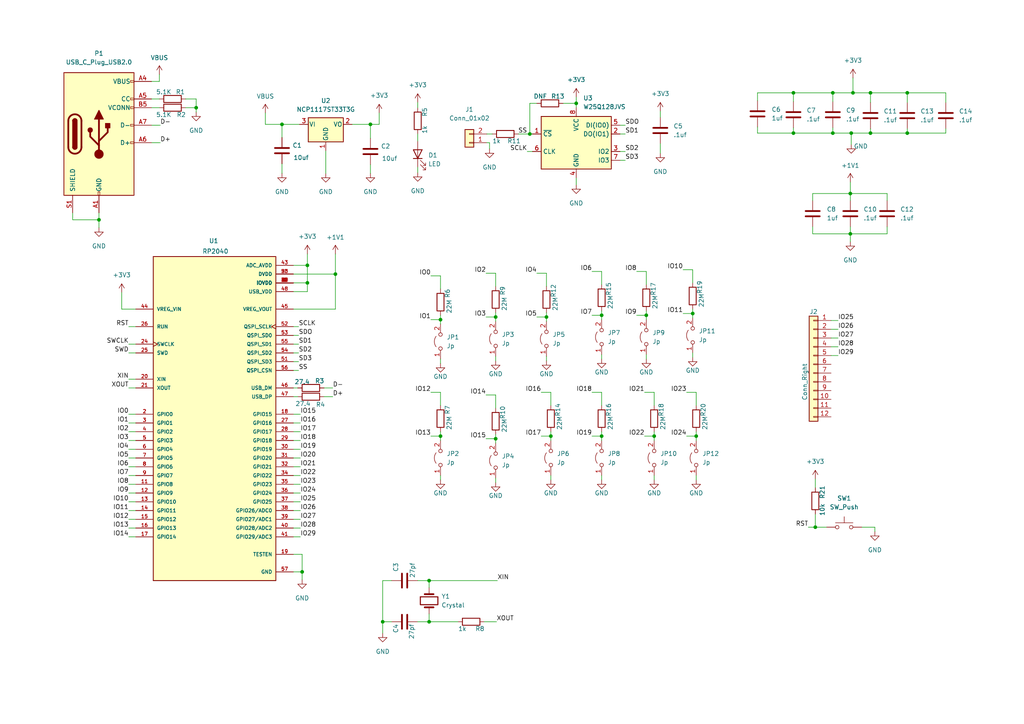
<source format=kicad_sch>
(kicad_sch (version 20211123) (generator eeschema)
  (paper "A4")
  (lib_symbols
    (symbol "Connector:USB_C_Plug_USB2.0" (pin_names (offset 1.016))
      (property "Reference" "P" (at -10.16 19.05 0))
      (property "Value" "USB_C_Plug_USB2.0" (at 12.7 19.05 0))
      (symbol "USB_C_Plug_USB2.0_1_1"
        (pin passive line (at 0 -22.86 90) (length 5.08) (name "GND") (number "A1"))
        (pin passive line (at 0 -22.86 90) (length 5.08) hide (name "GND") (number "A12"))
        (pin passive line (at 15.24 15.24 180) (length 5.08) (name "VBUS") (number "A4"))
        (pin bidirectional line (at 15.24 10.16 180) (length 5.08) (name "CC") (number "A5"))
        (pin bidirectional line (at 15.24 -2.54 180) (length 5.08) (name "D+") (number "A6"))
        (pin bidirectional line (at 15.24 2.54 180) (length 5.08) (name "D-") (number "A7"))
        (pin passive line (at 15.24 15.24 180) (length 5.08) hide (name "VBUS") (number "A9"))
        (pin passive line (at 0 -22.86 90) (length 5.08) hide (name "GND") (number "B1"))
        (pin passive line (at 0 -22.86 90) (length 5.08) hide (name "GND") (number "B12"))
        (pin passive line (at 15.24 15.24 180) (length 5.08) hide (name "VBUS") (number "B4"))
        (pin bidirectional line (at 15.24 7.62 180) (length 5.08) (name "VCONN") (number "B5"))
        (pin passive line (at 15.24 15.24 180) (length 5.08) hide (name "VBUS") (number "B9"))
        (pin passive line (at -7.62 -22.86 90) (length 5.08) (name "SHIELD") (number "S1"))
      )
    )
    (symbol "Connector_Generic:Conn_01x02" (pin_names (offset 1.016) hide)
      (property "Reference" "J" (at 0 2.54 0))
      (property "Value" "Conn_01x02" (at 0 -5.08 0))
      (symbol "Conn_01x02_1_1"
        (pin passive line (at -5.08 0 0) (length 3.81) (name "Pin_1") (number "1"))
        (pin passive line (at -5.08 -2.54 0) (length 3.81) (name "Pin_2") (number "2"))
      )
    )
    (symbol "Connector_Generic:Conn_01x12" (pin_names (offset 1.016) hide)
      (property "Reference" "J" (at 0 15.24 0))
      (property "Value" "Conn_01x12" (at 0 -17.78 0))
      (symbol "Conn_01x12_1_1"
        (pin passive line (at -5.08 12.7 0) (length 3.81) (name "Pin_1") (number "1"))
        (pin passive line (at -5.08 -10.16 0) (length 3.81) (name "Pin_10") (number "10"))
        (pin passive line (at -5.08 -12.7 0) (length 3.81) (name "Pin_11") (number "11"))
        (pin passive line (at -5.08 -15.24 0) (length 3.81) (name "Pin_12") (number "12"))
        (pin passive line (at -5.08 10.16 0) (length 3.81) (name "Pin_2") (number "2"))
        (pin passive line (at -5.08 7.62 0) (length 3.81) (name "Pin_3") (number "3"))
        (pin passive line (at -5.08 5.08 0) (length 3.81) (name "Pin_4") (number "4"))
        (pin passive line (at -5.08 2.54 0) (length 3.81) (name "Pin_5") (number "5"))
        (pin passive line (at -5.08 0 0) (length 3.81) (name "Pin_6") (number "6"))
        (pin passive line (at -5.08 -2.54 0) (length 3.81) (name "Pin_7") (number "7"))
        (pin passive line (at -5.08 -5.08 0) (length 3.81) (name "Pin_8") (number "8"))
        (pin passive line (at -5.08 -7.62 0) (length 3.81) (name "Pin_9") (number "9"))
      )
    )
    (symbol "Device:C" (pin_numbers hide) (pin_names (offset 0.254))
      (property "Reference" "C" (at 0.635 2.54 0))
      (property "Value" "C" (at 0.635 -2.54 0))
      (symbol "C_1_1"
        (pin passive line (at 0 3.81 270) (length 2.794) (name "~") (number "1"))
        (pin passive line (at 0 -3.81 90) (length 2.794) (name "~") (number "2"))
      )
    )
    (symbol "Device:Crystal" (pin_numbers hide) (pin_names (offset 1.016) hide)
      (property "Reference" "Y" (at 0 3.81 0))
      (property "Value" "Crystal" (at 0 -3.81 0))
      (symbol "Crystal_1_1"
        (pin passive line (at -3.81 0 0) (length 1.27) (name "1") (number "1"))
        (pin passive line (at 3.81 0 180) (length 1.27) (name "2") (number "2"))
      )
    )
    (symbol "Device:LED" (pin_numbers hide) (pin_names (offset 1.016) hide)
      (property "Reference" "D" (at 0 2.54 0))
      (property "Value" "LED" (at 0 -2.54 0))
      (symbol "LED_1_1"
        (pin passive line (at -3.81 0 0) (length 2.54) (name "K") (number "1"))
        (pin passive line (at 3.81 0 180) (length 2.54) (name "A") (number "2"))
      )
    )
    (symbol "Device:R" (pin_numbers hide) (pin_names (offset 0))
      (property "Reference" "R" (at 2.032 0 90))
      (property "Value" "R" (at 0 0 90))
      (symbol "R_1_1"
        (pin passive line (at 0 3.81 270) (length 1.27) (name "~") (number "1"))
        (pin passive line (at 0 -3.81 90) (length 1.27) (name "~") (number "2"))
      )
    )
    (symbol "Jumper:Jumper_2_Open" (pin_names (offset 0) hide)
      (property "Reference" "JP" (at 0 2.794 0))
      (property "Value" "Jumper_2_Open" (at 0 -2.286 0))
      (symbol "Jumper_2_Open_1_1"
        (pin passive line (at -5.08 0 0) (length 2.54) (name "A") (number "1"))
        (pin passive line (at 5.08 0 180) (length 2.54) (name "B") (number "2"))
      )
    )
    (symbol "Memory_Flash:W25Q128JVS"
      (property "Reference" "U" (at -8.89 8.89 0))
      (property "Value" "W25Q128JVS" (at 7.62 8.89 0))
      (symbol "W25Q128JVS_1_1"
        (pin input line (at -12.7 2.54 0) (length 2.54) (name "~{CS}") (number "1"))
        (pin bidirectional line (at 12.7 2.54 180) (length 2.54) (name "DO(IO1)") (number "2"))
        (pin bidirectional line (at 12.7 -2.54 180) (length 2.54) (name "IO2") (number "3"))
        (pin power_in line (at 0 -10.16 90) (length 2.54) (name "GND") (number "4"))
        (pin bidirectional line (at 12.7 5.08 180) (length 2.54) (name "DI(IO0)") (number "5"))
        (pin input line (at -12.7 -2.54 0) (length 2.54) (name "CLK") (number "6"))
        (pin bidirectional line (at 12.7 -5.08 180) (length 2.54) (name "IO3") (number "7"))
        (pin power_in line (at 0 10.16 270) (length 2.54) (name "VCC") (number "8"))
      )
    )
    (symbol "RP2040:RP2040" (pin_names (offset 1.016))
      (property "Reference" "U" (at -17.78 50.8 0))
      (property "Value" "RP2040" (at -17.78 -48.26 0))
      (symbol "RP2040_0_0"
        (pin power_in line (at 22.86 40.64 180) (length 5.08) (name "IOVDD") (number "1"))
        (pin power_in line (at 22.86 40.64 180) (length 5.08) (name "IOVDD") (number "10"))
        (pin bidirectional line (at -22.86 -17.78 0) (length 5.08) (name "GPIO8") (number "11"))
        (pin bidirectional line (at -22.86 -20.32 0) (length 5.08) (name "GPIO9") (number "12"))
        (pin bidirectional line (at -22.86 -22.86 0) (length 5.08) (name "GPIO10") (number "13"))
        (pin bidirectional line (at -22.86 -25.4 0) (length 5.08) (name "GPIO11") (number "14"))
        (pin bidirectional line (at -22.86 -27.94 0) (length 5.08) (name "GPIO12") (number "15"))
        (pin bidirectional line (at -22.86 -30.48 0) (length 5.08) (name "GPIO13") (number "16"))
        (pin bidirectional line (at -22.86 -33.02 0) (length 5.08) (name "GPIO14") (number "17"))
        (pin bidirectional line (at 22.86 2.54 180) (length 5.08) (name "GPIO15") (number "18"))
        (pin passive line (at 22.86 -38.1 180) (length 5.08) (name "TESTEN") (number "19"))
        (pin bidirectional line (at -22.86 2.54 0) (length 5.08) (name "GPIO0") (number "2"))
        (pin input line (at -22.86 12.7 0) (length 5.08) (name "XIN") (number "20"))
        (pin output line (at -22.86 10.16 0) (length 5.08) (name "XOUT") (number "21"))
        (pin power_in line (at 22.86 40.64 180) (length 5.08) (name "IOVDD") (number "22"))
        (pin power_in line (at 22.86 43.18 180) (length 5.08) (name "DVDD") (number "23"))
        (pin input clock (at -22.86 22.86 0) (length 5.08) (name "SWCLK") (number "24"))
        (pin bidirectional line (at -22.86 20.32 0) (length 5.08) (name "SWD") (number "25"))
        (pin input line (at -22.86 27.94 0) (length 5.08) (name "RUN") (number "26"))
        (pin bidirectional line (at 22.86 0 180) (length 5.08) (name "GPIO16") (number "27"))
        (pin bidirectional line (at 22.86 -2.54 180) (length 5.08) (name "GPIO17") (number "28"))
        (pin bidirectional line (at 22.86 -5.08 180) (length 5.08) (name "GPIO18") (number "29"))
        (pin bidirectional line (at -22.86 0 0) (length 5.08) (name "GPIO1") (number "3"))
        (pin bidirectional line (at 22.86 -7.62 180) (length 5.08) (name "GPIO19") (number "30"))
        (pin bidirectional line (at 22.86 -10.16 180) (length 5.08) (name "GPIO20") (number "31"))
        (pin bidirectional line (at 22.86 -12.7 180) (length 5.08) (name "GPIO21") (number "32"))
        (pin power_in line (at 22.86 40.64 180) (length 5.08) (name "IOVDD") (number "33"))
        (pin bidirectional line (at 22.86 -15.24 180) (length 5.08) (name "GPIO22") (number "34"))
        (pin bidirectional line (at 22.86 -17.78 180) (length 5.08) (name "GPIO23") (number "35"))
        (pin bidirectional line (at 22.86 -20.32 180) (length 5.08) (name "GPIO24") (number "36"))
        (pin bidirectional line (at 22.86 -22.86 180) (length 5.08) (name "GPIO25") (number "37"))
        (pin bidirectional line (at 22.86 -25.4 180) (length 5.08) (name "GPIO26/ADC0") (number "38"))
        (pin bidirectional line (at 22.86 -27.94 180) (length 5.08) (name "GPIO27/ADC1") (number "39"))
        (pin bidirectional line (at -22.86 -2.54 0) (length 5.08) (name "GPIO2") (number "4"))
        (pin bidirectional line (at 22.86 -30.48 180) (length 5.08) (name "GPIO28/ADC2") (number "40"))
        (pin bidirectional line (at 22.86 -33.02 180) (length 5.08) (name "GPIO29/ADC3") (number "41"))
        (pin power_in line (at 22.86 40.64 180) (length 5.08) (name "IOVDD") (number "42"))
        (pin power_in line (at 22.86 45.72 180) (length 5.08) (name "ADC_AVDD") (number "43"))
        (pin input line (at -22.86 33.02 0) (length 5.08) (name "VREG_VIN") (number "44"))
        (pin output line (at 22.86 33.02 180) (length 5.08) (name "VREG_VOUT") (number "45"))
        (pin bidirectional line (at 22.86 10.16 180) (length 5.08) (name "USB_DM") (number "46"))
        (pin bidirectional line (at 22.86 7.62 180) (length 5.08) (name "USB_DP") (number "47"))
        (pin power_in line (at 22.86 38.1 180) (length 5.08) (name "USB_VDD") (number "48"))
        (pin power_in line (at 22.86 40.64 180) (length 5.08) (name "IOVDD") (number "49"))
        (pin bidirectional line (at -22.86 -5.08 0) (length 5.08) (name "GPIO3") (number "5"))
        (pin power_in line (at 22.86 43.18 180) (length 5.08) (name "DVDD") (number "50"))
        (pin bidirectional line (at 22.86 17.78 180) (length 5.08) (name "QSPI_SD3") (number "51"))
        (pin bidirectional clock (at 22.86 27.94 180) (length 5.08) (name "QSPI_SCLK") (number "52"))
        (pin bidirectional line (at 22.86 25.4 180) (length 5.08) (name "QSPI_SD0") (number "53"))
        (pin bidirectional line (at 22.86 20.32 180) (length 5.08) (name "QSPI_SD2") (number "54"))
        (pin bidirectional line (at 22.86 22.86 180) (length 5.08) (name "QSPI_SD1") (number "55"))
        (pin bidirectional line (at 22.86 15.24 180) (length 5.08) (name "QSPI_CSN") (number "56"))
        (pin power_in line (at 22.86 -43.18 180) (length 5.08) (name "GND") (number "57"))
        (pin bidirectional line (at -22.86 -7.62 0) (length 5.08) (name "GPIO4") (number "6"))
        (pin bidirectional line (at -22.86 -10.16 0) (length 5.08) (name "GPIO5") (number "7"))
        (pin bidirectional line (at -22.86 -12.7 0) (length 5.08) (name "GPIO6") (number "8"))
        (pin bidirectional line (at -22.86 -15.24 0) (length 5.08) (name "GPIO7") (number "9"))
      )
    )
    (symbol "Regulator_Linear:NCP1117-3.3_SOT223" (pin_names (offset 0.254))
      (property "Reference" "U" (at -3.81 3.175 0))
      (property "Value" "NCP1117-3.3_SOT223" (at 0 3.175 0))
      (symbol "NCP1117-3.3_SOT223_1_1"
        (pin power_in line (at 0 -7.62 90) (length 2.54) (name "GND") (number "1"))
        (pin power_out line (at 7.62 0 180) (length 2.54) (name "VO") (number "2"))
        (pin power_in line (at -7.62 0 0) (length 2.54) (name "VI") (number "3"))
      )
    )
    (symbol "Switch:SW_Push" (pin_numbers hide) (pin_names (offset 1.016) hide)
      (property "Reference" "SW" (at 1.27 2.54 0))
      (property "Value" "SW_Push" (at 0 -1.524 0))
      (symbol "SW_Push_0_1"
        (pin passive line (at -5.08 0 0) (length 2.54) (name "1") (number "1"))
        (pin passive line (at 5.08 0 180) (length 2.54) (name "2") (number "2"))
      )
    )
    (symbol "power:+1V1" (power) (pin_names (offset 0))
      (property "Value" "+1V1" (at 0 3.556 0))
      (symbol "+1V1_1_1"
        (pin power_in line (at 0 0 90) (length 0) hide (name "+1V1") (number "1"))
      )
    )
    (symbol "power:+3.3V" (power) (pin_names (offset 0))
      (property "Value" "+3.3V" (at 0 3.556 0))
      (symbol "+3.3V_1_1"
        (pin power_in line (at 0 0 90) (length 0) hide (name "+3V3") (number "1"))
      )
    )
    (symbol "power:GND" (power) (pin_names (offset 0))
      (property "Value" "GND" (at 0 -3.81 0))
      (symbol "GND_1_1"
        (pin power_in line (at 0 0 270) (length 0) hide (name "GND") (number "1"))
      )
    )
    (symbol "power:VBUS" (power) (pin_names (offset 0))
      (property "Value" "VBUS" (at 0 3.81 0))
      (symbol "VBUS_1_1"
        (pin power_in line (at 0 0 90) (length 0) hide (name "VBUS") (number "1"))
      )
    )
  )
  (junction (at 143.764 91.948))
  (junction (at 241.554 26.924))
  (junction (at 89.154 82.042))
  (junction (at 97.282 79.502))
  (junction (at 187.452 91.44))
  (junction (at 81.788 36.068))
  (junction (at 230.124 38.608))
  (junction (at 236.474 152.908))
  (junction (at 28.702 63.754))
  (junction (at 153.67 38.862))
  (junction (at 89.154 76.962))
  (junction (at 263.144 38.608))
  (junction (at 263.144 26.924))
  (junction (at 143.764 127.254))
  (junction (at 124.46 180.34))
  (junction (at 158.496 91.948))
  (junction (at 87.63 165.862))
  (junction (at 241.554 38.608))
  (junction (at 107.442 36.068))
  (junction (at 252.476 26.924))
  (junction (at 201.93 126.492))
  (junction (at 127.762 126.492))
  (junction (at 127.762 92.71))
  (junction (at 124.46 168.402))
  (junction (at 159.766 126.492))
  (junction (at 246.634 56.134))
  (junction (at 56.896 31.242))
  (junction (at 174.498 126.492))
  (junction (at 246.634 67.818))
  (junction (at 174.498 91.44))
  (junction (at 230.124 26.924))
  (junction (at 110.998 180.34))
  (junction (at 200.914 90.932))
  (junction (at 189.738 126.492))
  (junction (at 247.396 26.924))
  (junction (at 252.476 38.608))
  (junction (at 167.132 29.972))
  (junction (at 246.888 38.608))
  (wire (pts (xy 246.634 67.818) (xy 235.712 67.818)))
  (wire (pts (xy 85.09 137.922) (xy 87.122 137.922)))
  (wire (pts (xy 85.09 150.622) (xy 87.122 150.622)))
  (wire (pts (xy 143.764 103.378) (xy 143.764 104.648)))
  (wire (pts (xy 186.944 126.492) (xy 189.738 126.492)))
  (wire (pts (xy 141.224 38.862) (xy 142.748 38.862)))
  (wire (pts (xy 85.09 89.662) (xy 97.282 89.662)))
  (wire (pts (xy 143.764 127.254) (xy 143.764 128.524)))
  (wire (pts (xy 230.124 38.608) (xy 241.554 38.608)))
  (wire (pts (xy 85.09 155.702) (xy 87.122 155.702)))
  (wire (pts (xy 241.046 95.504) (xy 243.078 95.504)))
  (wire (pts (xy 246.634 56.134) (xy 246.634 58.166)))
  (wire (pts (xy 37.338 153.162) (xy 39.37 153.162)))
  (wire (pts (xy 171.704 113.792) (xy 174.498 113.792)))
  (wire (pts (xy 124.968 80.01) (xy 127.762 80.01)))
  (wire (pts (xy 263.144 26.924) (xy 274.32 26.924)))
  (wire (pts (xy 85.09 145.542) (xy 87.122 145.542)))
  (wire (pts (xy 121.158 38.862) (xy 121.158 40.894)))
  (wire (pts (xy 199.136 113.792) (xy 201.93 113.792)))
  (wire (pts (xy 85.09 153.162) (xy 87.122 153.162)))
  (wire (pts (xy 158.496 103.378) (xy 158.496 104.648)))
  (wire (pts (xy 241.554 26.924) (xy 247.396 26.924)))
  (wire (pts (xy 143.764 138.684) (xy 143.764 139.954)))
  (wire (pts (xy 37.338 127.762) (xy 39.37 127.762)))
  (wire (pts (xy 201.93 117.602) (xy 201.93 113.792)))
  (wire (pts (xy 167.132 51.562) (xy 167.132 53.594)))
  (wire (pts (xy 252.476 38.608) (xy 263.144 38.608)))
  (wire (pts (xy 153.67 29.972) (xy 153.67 38.862)))
  (wire (pts (xy 97.282 79.502) (xy 97.282 89.662)))
  (wire (pts (xy 37.338 155.702) (xy 39.37 155.702)))
  (wire (pts (xy 85.09 79.502) (xy 97.282 79.502)))
  (wire (pts (xy 124.968 92.71) (xy 127.762 92.71)))
  (wire (pts (xy 189.738 125.222) (xy 189.738 126.492)))
  (wire (pts (xy 174.498 91.44) (xy 174.498 92.71)))
  (wire (pts (xy 201.93 126.492) (xy 201.93 127.762)))
  (wire (pts (xy 230.124 37.084) (xy 230.124 38.608)))
  (wire (pts (xy 174.498 90.17) (xy 174.498 91.44)))
  (wire (pts (xy 246.634 67.818) (xy 246.634 70.104)))
  (wire (pts (xy 37.338 120.142) (xy 39.37 120.142)))
  (wire (pts (xy 198.12 90.932) (xy 200.914 90.932)))
  (wire (pts (xy 85.09 135.382) (xy 87.122 135.382)))
  (wire (pts (xy 85.09 122.682) (xy 87.122 122.682)))
  (wire (pts (xy 236.474 149.098) (xy 236.474 152.908)))
  (wire (pts (xy 191.516 32.258) (xy 191.516 34.036)))
  (wire (pts (xy 37.338 148.082) (xy 39.37 148.082)))
  (wire (pts (xy 76.962 32.766) (xy 76.962 36.068)))
  (wire (pts (xy 246.634 65.786) (xy 246.634 67.818)))
  (wire (pts (xy 107.442 47.752) (xy 107.442 50.292)))
  (wire (pts (xy 230.124 38.608) (xy 219.71 38.608)))
  (wire (pts (xy 235.712 58.166) (xy 235.712 56.134)))
  (wire (pts (xy 252.476 26.924) (xy 263.144 26.924)))
  (wire (pts (xy 28.702 63.754) (xy 28.702 66.04)))
  (wire (pts (xy 230.124 29.464) (xy 230.124 26.924)))
  (wire (pts (xy 174.498 102.87) (xy 174.498 104.14)))
  (wire (pts (xy 85.09 104.902) (xy 86.614 104.902)))
  (wire (pts (xy 46.228 23.622) (xy 46.228 21.59)))
  (wire (pts (xy 171.704 78.74) (xy 174.498 78.74)))
  (wire (pts (xy 127.762 117.602) (xy 127.762 113.792)))
  (wire (pts (xy 230.124 26.924) (xy 241.554 26.924)))
  (wire (pts (xy 107.442 40.132) (xy 107.442 36.068)))
  (wire (pts (xy 241.046 100.584) (xy 243.078 100.584)))
  (wire (pts (xy 121.158 180.34) (xy 124.46 180.34)))
  (wire (pts (xy 241.046 103.124) (xy 243.078 103.124)))
  (wire (pts (xy 187.452 90.17) (xy 187.452 91.44)))
  (wire (pts (xy 189.738 126.492) (xy 189.738 127.762)))
  (wire (pts (xy 155.702 29.972) (xy 153.67 29.972)))
  (wire (pts (xy 187.452 102.87) (xy 187.452 104.14)))
  (wire (pts (xy 252.476 37.338) (xy 252.476 38.608)))
  (wire (pts (xy 201.93 137.922) (xy 201.93 139.192)))
  (wire (pts (xy 198.12 78.232) (xy 200.914 78.232)))
  (wire (pts (xy 85.09 160.782) (xy 87.63 160.782)))
  (wire (pts (xy 200.914 90.932) (xy 200.914 92.202)))
  (wire (pts (xy 241.554 38.608) (xy 246.888 38.608)))
  (wire (pts (xy 257.302 56.134) (xy 257.302 58.166)))
  (wire (pts (xy 110.998 180.34) (xy 110.998 168.402)))
  (wire (pts (xy 141.986 43.18) (xy 141.986 41.402)))
  (wire (pts (xy 158.496 83.058) (xy 158.496 79.248)))
  (wire (pts (xy 37.338 137.922) (xy 39.37 137.922)))
  (wire (pts (xy 37.338 99.822) (xy 39.37 99.822)))
  (wire (pts (xy 155.702 79.248) (xy 158.496 79.248)))
  (wire (pts (xy 219.71 26.924) (xy 230.124 26.924)))
  (wire (pts (xy 110.998 183.642) (xy 110.998 180.34)))
  (wire (pts (xy 37.338 125.222) (xy 39.37 125.222)))
  (wire (pts (xy 35.306 89.662) (xy 39.37 89.662)))
  (wire (pts (xy 257.302 65.786) (xy 257.302 67.818)))
  (wire (pts (xy 127.762 137.922) (xy 127.762 139.192)))
  (wire (pts (xy 85.09 102.362) (xy 86.614 102.362)))
  (wire (pts (xy 127.762 83.82) (xy 127.762 80.01)))
  (wire (pts (xy 235.712 67.818) (xy 235.712 65.786)))
  (wire (pts (xy 81.788 47.498) (xy 81.788 50.292)))
  (wire (pts (xy 159.766 117.602) (xy 159.766 113.792)))
  (wire (pts (xy 163.322 29.972) (xy 167.132 29.972)))
  (wire (pts (xy 200.914 102.362) (xy 200.914 103.632)))
  (wire (pts (xy 141.986 41.402) (xy 141.224 41.402)))
  (wire (pts (xy 85.09 165.862) (xy 87.63 165.862)))
  (wire (pts (xy 110.998 168.402) (xy 113.538 168.402)))
  (wire (pts (xy 143.764 83.058) (xy 143.764 79.248)))
  (wire (pts (xy 263.144 26.924) (xy 263.144 29.718)))
  (wire (pts (xy 241.554 37.084) (xy 241.554 38.608)))
  (wire (pts (xy 109.982 32.766) (xy 109.982 36.068)))
  (wire (pts (xy 37.338 135.382) (xy 39.37 135.382)))
  (wire (pts (xy 171.704 126.492) (xy 174.498 126.492)))
  (wire (pts (xy 247.396 22.606) (xy 247.396 26.924)))
  (wire (pts (xy 140.97 91.948) (xy 143.764 91.948)))
  (wire (pts (xy 37.338 145.542) (xy 39.37 145.542)))
  (wire (pts (xy 174.498 126.492) (xy 174.498 127.762)))
  (wire (pts (xy 274.32 29.718) (xy 274.32 26.924)))
  (wire (pts (xy 21.082 61.722) (xy 21.082 63.754)))
  (wire (pts (xy 184.658 78.74) (xy 187.452 78.74)))
  (wire (pts (xy 127.762 126.492) (xy 127.762 127.762)))
  (wire (pts (xy 37.338 122.682) (xy 39.37 122.682)))
  (wire (pts (xy 143.764 118.364) (xy 143.764 114.554)))
  (wire (pts (xy 124.968 126.492) (xy 127.762 126.492)))
  (wire (pts (xy 174.498 125.222) (xy 174.498 126.492)))
  (wire (pts (xy 121.158 48.514) (xy 121.158 50.038)))
  (wire (pts (xy 85.09 132.842) (xy 87.122 132.842)))
  (wire (pts (xy 167.132 29.972) (xy 167.132 31.242)))
  (wire (pts (xy 85.09 148.082) (xy 87.122 148.082)))
  (wire (pts (xy 56.896 28.702) (xy 56.896 31.242)))
  (wire (pts (xy 35.306 84.836) (xy 35.306 89.662)))
  (wire (pts (xy 124.46 180.34) (xy 124.46 178.054)))
  (wire (pts (xy 85.09 127.762) (xy 87.122 127.762)))
  (wire (pts (xy 85.09 115.062) (xy 86.36 115.062)))
  (wire (pts (xy 109.982 36.068) (xy 107.442 36.068)))
  (wire (pts (xy 81.788 36.068) (xy 86.868 36.068)))
  (wire (pts (xy 263.144 38.608) (xy 274.32 38.608)))
  (wire (pts (xy 143.764 90.678) (xy 143.764 91.948)))
  (wire (pts (xy 241.046 92.964) (xy 243.078 92.964)))
  (wire (pts (xy 154.432 43.942) (xy 152.908 43.942)))
  (wire (pts (xy 257.302 67.818) (xy 246.634 67.818)))
  (wire (pts (xy 85.09 143.002) (xy 87.122 143.002)))
  (wire (pts (xy 89.154 73.66) (xy 89.154 76.962)))
  (wire (pts (xy 253.746 152.908) (xy 253.746 154.178)))
  (wire (pts (xy 150.368 38.862) (xy 153.67 38.862)))
  (wire (pts (xy 174.498 117.602) (xy 174.498 113.792)))
  (wire (pts (xy 171.704 91.44) (xy 174.498 91.44)))
  (wire (pts (xy 234.442 152.908) (xy 236.474 152.908)))
  (wire (pts (xy 76.962 36.068) (xy 81.788 36.068)))
  (wire (pts (xy 43.942 41.402) (xy 46.482 41.402)))
  (wire (pts (xy 236.474 152.908) (xy 239.776 152.908)))
  (wire (pts (xy 37.338 132.842) (xy 39.37 132.842)))
  (wire (pts (xy 85.09 120.142) (xy 87.122 120.142)))
  (wire (pts (xy 37.338 109.982) (xy 39.37 109.982)))
  (wire (pts (xy 85.09 82.042) (xy 89.154 82.042)))
  (wire (pts (xy 179.832 36.322) (xy 181.356 36.322)))
  (wire (pts (xy 246.634 52.832) (xy 246.634 56.134)))
  (wire (pts (xy 37.338 102.362) (xy 39.37 102.362)))
  (wire (pts (xy 85.09 140.462) (xy 87.122 140.462)))
  (wire (pts (xy 143.764 91.948) (xy 143.764 93.218)))
  (wire (pts (xy 127.762 125.222) (xy 127.762 126.492)))
  (wire (pts (xy 89.154 82.042) (xy 89.154 84.582)))
  (wire (pts (xy 174.498 82.55) (xy 174.498 78.74)))
  (wire (pts (xy 124.46 168.402) (xy 144.272 168.402)))
  (wire (pts (xy 132.842 180.34) (xy 124.46 180.34)))
  (wire (pts (xy 85.09 130.302) (xy 87.122 130.302)))
  (wire (pts (xy 85.09 99.822) (xy 86.614 99.822)))
  (wire (pts (xy 246.888 38.608) (xy 246.888 41.91)))
  (wire (pts (xy 246.634 56.134) (xy 257.302 56.134)))
  (wire (pts (xy 127.762 92.71) (xy 127.762 93.98)))
  (wire (pts (xy 93.98 112.522) (xy 96.52 112.522)))
  (wire (pts (xy 200.914 89.662) (xy 200.914 90.932)))
  (wire (pts (xy 37.338 150.622) (xy 39.37 150.622)))
  (wire (pts (xy 159.766 126.492) (xy 159.766 127.762)))
  (wire (pts (xy 37.338 140.462) (xy 39.37 140.462)))
  (wire (pts (xy 187.452 82.55) (xy 187.452 78.74)))
  (wire (pts (xy 121.158 168.402) (xy 124.46 168.402)))
  (wire (pts (xy 140.97 127.254) (xy 143.764 127.254)))
  (wire (pts (xy 200.914 82.042) (xy 200.914 78.232)))
  (wire (pts (xy 85.09 125.222) (xy 87.122 125.222)))
  (wire (pts (xy 241.554 26.924) (xy 241.554 29.464)))
  (wire (pts (xy 246.888 38.608) (xy 252.476 38.608)))
  (wire (pts (xy 156.972 113.792) (xy 159.766 113.792)))
  (wire (pts (xy 199.136 126.492) (xy 201.93 126.492)))
  (wire (pts (xy 189.738 117.602) (xy 189.738 113.792)))
  (wire (pts (xy 179.832 46.482) (xy 181.356 46.482)))
  (wire (pts (xy 167.132 28.194) (xy 167.132 29.972)))
  (wire (pts (xy 110.998 180.34) (xy 113.538 180.34)))
  (wire (pts (xy 37.338 130.302) (xy 39.37 130.302)))
  (wire (pts (xy 56.896 31.242) (xy 56.896 32.512)))
  (wire (pts (xy 89.154 76.962) (xy 89.154 82.042)))
  (wire (pts (xy 37.338 94.742) (xy 39.37 94.742)))
  (wire (pts (xy 85.09 97.282) (xy 86.614 97.282)))
  (wire (pts (xy 236.474 138.938) (xy 236.474 141.478)))
  (wire (pts (xy 85.09 94.742) (xy 86.614 94.742)))
  (wire (pts (xy 249.936 152.908) (xy 253.746 152.908)))
  (wire (pts (xy 263.144 37.338) (xy 263.144 38.608)))
  (wire (pts (xy 85.09 76.962) (xy 89.154 76.962)))
  (wire (pts (xy 28.702 61.722) (xy 28.702 63.754)))
  (wire (pts (xy 21.082 63.754) (xy 28.702 63.754)))
  (wire (pts (xy 158.496 91.948) (xy 158.496 93.218)))
  (wire (pts (xy 186.944 113.792) (xy 189.738 113.792)))
  (wire (pts (xy 37.338 143.002) (xy 39.37 143.002)))
  (wire (pts (xy 43.942 28.702) (xy 46.228 28.702)))
  (wire (pts (xy 127.762 104.14) (xy 127.762 105.41)))
  (wire (pts (xy 97.282 73.66) (xy 97.282 79.502)))
  (wire (pts (xy 179.832 43.942) (xy 181.356 43.942)))
  (wire (pts (xy 87.63 160.782) (xy 87.63 165.862)))
  (wire (pts (xy 85.09 112.522) (xy 86.36 112.522)))
  (wire (pts (xy 156.972 126.492) (xy 159.766 126.492)))
  (wire (pts (xy 191.516 41.656) (xy 191.516 44.45)))
  (wire (pts (xy 140.97 114.554) (xy 143.764 114.554)))
  (wire (pts (xy 235.712 56.134) (xy 246.634 56.134)))
  (wire (pts (xy 124.46 170.434) (xy 124.46 168.402)))
  (wire (pts (xy 174.498 137.922) (xy 174.498 139.192)))
  (wire (pts (xy 43.942 36.322) (xy 46.482 36.322)))
  (wire (pts (xy 187.452 91.44) (xy 187.452 92.71)))
  (wire (pts (xy 43.942 23.622) (xy 46.228 23.622)))
  (wire (pts (xy 159.766 137.922) (xy 159.766 139.192)))
  (wire (pts (xy 140.462 180.34) (xy 144.018 180.34)))
  (wire (pts (xy 124.968 113.792) (xy 127.762 113.792)))
  (wire (pts (xy 184.658 91.44) (xy 187.452 91.44)))
  (wire (pts (xy 53.848 31.242) (xy 56.896 31.242)))
  (wire (pts (xy 143.764 125.984) (xy 143.764 127.254)))
  (wire (pts (xy 93.98 115.062) (xy 96.52 115.062)))
  (wire (pts (xy 87.63 165.862) (xy 87.63 168.148)))
  (wire (pts (xy 159.766 125.222) (xy 159.766 126.492)))
  (wire (pts (xy 219.71 38.608) (xy 219.71 36.83)))
  (wire (pts (xy 219.71 29.21) (xy 219.71 26.924)))
  (wire (pts (xy 179.832 38.862) (xy 181.356 38.862)))
  (wire (pts (xy 140.97 79.248) (xy 143.764 79.248)))
  (wire (pts (xy 189.738 137.922) (xy 189.738 139.192)))
  (wire (pts (xy 274.32 38.608) (xy 274.32 37.338)))
  (wire (pts (xy 121.158 29.718) (xy 121.158 31.242)))
  (wire (pts (xy 154.432 38.862) (xy 153.67 38.862)))
  (wire (pts (xy 127.762 91.44) (xy 127.762 92.71)))
  (wire (pts (xy 102.108 36.068) (xy 107.442 36.068)))
  (wire (pts (xy 43.942 31.242) (xy 46.228 31.242)))
  (wire (pts (xy 241.046 98.044) (xy 243.078 98.044)))
  (wire (pts (xy 81.788 39.878) (xy 81.788 36.068)))
  (wire (pts (xy 252.476 26.924) (xy 252.476 29.718)))
  (wire (pts (xy 85.09 107.442) (xy 86.614 107.442)))
  (wire (pts (xy 85.09 84.582) (xy 89.154 84.582)))
  (wire (pts (xy 247.396 26.924) (xy 252.476 26.924)))
  (wire (pts (xy 94.488 43.688) (xy 94.488 50.292)))
  (wire (pts (xy 155.702 91.948) (xy 158.496 91.948)))
  (wire (pts (xy 37.338 112.522) (xy 39.37 112.522)))
  (wire (pts (xy 158.496 90.678) (xy 158.496 91.948)))
  (wire (pts (xy 201.93 125.222) (xy 201.93 126.492)))
  (wire (pts (xy 53.848 28.702) (xy 56.896 28.702)))
  (label "IO11" (at 37.338 148.082 180))
  (label "SD3" (at 181.356 46.482 0))
  (label "IO25" (at 243.078 92.964 0))
  (label "IO15" (at 87.122 120.142 0))
  (label "IO5" (at 155.702 91.948 180))
  (label "SD2" (at 181.356 43.942 0))
  (label "D-" (at 96.52 112.522 0))
  (label "IO12" (at 124.968 113.792 180))
  (label "IO6" (at 171.704 78.74 180))
  (label "SWCLK" (at 37.338 99.822 180))
  (label "IO17" (at 87.122 125.222 0))
  (label "IO17" (at 156.972 126.492 180))
  (label "IO12" (at 37.338 150.622 180))
  (label "IO16" (at 156.972 113.792 180))
  (label "SDO" (at 181.356 36.322 0))
  (label "IO29" (at 87.122 155.702 0))
  (label "IO29" (at 243.078 103.124 0))
  (label "IO9" (at 37.338 143.002 180))
  (label "SWD" (at 37.338 102.362 180))
  (label "IO8" (at 37.338 140.462 180))
  (label "IO13" (at 37.338 153.162 180))
  (label "IO16" (at 87.122 122.682 0))
  (label "XIN" (at 144.272 168.402 0))
  (label "SCLK" (at 152.908 43.942 180))
  (label "RST" (at 37.338 94.742 180))
  (label "IO7" (at 37.338 137.922 180))
  (label "IO3" (at 37.338 127.762 180))
  (label "IO1" (at 124.968 92.71 180))
  (label "SD1" (at 181.356 38.862 0))
  (label "IO1" (at 37.338 122.682 180))
  (label "IO10" (at 37.338 145.542 180))
  (label "SD3" (at 86.614 104.902 0))
  (label "IO5" (at 37.338 132.842 180))
  (label "IO26" (at 243.078 95.504 0))
  (label "IO24" (at 87.122 143.002 0))
  (label "IO28" (at 87.122 153.162 0))
  (label "IO22" (at 87.122 137.922 0))
  (label "IO20" (at 87.122 132.842 0))
  (label "IO0" (at 37.338 120.142 180))
  (label "SS" (at 86.614 107.442 0))
  (label "IO9" (at 184.658 91.44 180))
  (label "IO28" (at 243.078 100.584 0))
  (label "IO4" (at 37.338 130.302 180))
  (label "IO11" (at 198.12 90.932 180))
  (label "IO27" (at 243.078 98.044 0))
  (label "IO14" (at 37.338 155.702 180))
  (label "IO22" (at 186.944 126.492 180))
  (label "D+" (at 46.482 41.402 0))
  (label "D-" (at 46.482 36.322 0))
  (label "IO23" (at 87.122 140.462 0))
  (label "IO25" (at 87.122 145.542 0))
  (label "IO2" (at 140.97 79.248 180))
  (label "IO8" (at 184.658 78.74 180))
  (label "IO14" (at 140.97 114.554 180))
  (label "SS" (at 152.908 38.862 180))
  (label "IO21" (at 87.122 135.382 0))
  (label "IO18" (at 87.122 127.762 0))
  (label "IO2" (at 37.338 125.222 180))
  (label "IO18" (at 171.704 113.792 180))
  (label "IO19" (at 171.704 126.492 180))
  (label "IO24" (at 199.136 126.492 180))
  (label "XOUT" (at 144.018 180.34 0))
  (label "IO26" (at 87.122 148.082 0))
  (label "IO0" (at 124.968 80.01 180))
  (label "SD1" (at 86.614 99.822 0))
  (label "SDO" (at 86.614 97.282 0))
  (label "IO7" (at 171.704 91.44 180))
  (label "RST" (at 234.442 152.908 180))
  (label "IO13" (at 124.968 126.492 180))
  (label "IO23" (at 199.136 113.792 180))
  (label "IO15" (at 140.97 127.254 180))
  (label "SD2" (at 86.614 102.362 0))
  (label "IO4" (at 155.702 79.248 180))
  (label "IO21" (at 186.944 113.792 180))
  (label "XOUT" (at 37.338 112.522 180))
  (label "IO6" (at 37.338 135.382 180))
  (label "SCLK" (at 86.614 94.742 0))
  (label "D+" (at 96.52 115.062 0))
  (label "IO10" (at 198.12 78.232 180))
  (label "IO19" (at 87.122 130.302 0))
  (label "XIN" (at 37.338 109.982 180))
  (label "IO3" (at 140.97 91.948 180))
  (label "IO27" (at 87.122 150.622 0))
  (symbol (lib_id "power:+1V1") (at 246.634 52.832 0) (unit 1)
    (property "Reference" "#PWR033" (effects hide))
    (property "Value" "+1V1" (at 246.634 48.006 0))
  )
  (symbol (lib_id "Jumper:Jumper_2_Open") (at 187.452 97.79 90) (unit 1)
    (property "Reference" "JP9" (at 189.23 96.5199 90) (effects (justify right)))
    (property "Value" "Jp" (at 189.23 99.0599 90) (effects (justify right)))
  )
  (symbol (lib_id "Jumper:Jumper_2_Open") (at 200.914 97.282 90) (unit 1)
    (property "Reference" "JP11" (at 202.692 96.0119 90) (effects (justify right)))
    (property "Value" "Jp" (at 202.692 98.5519 90) (effects (justify right)))
  )
  (symbol (lib_id "Device:C") (at 230.124 33.274 0) (unit 1)
    (property "Reference" "C7" (at 233.934 32.0039 0) (effects (justify left)))
    (property "Value" ".1uf" (at 233.934 34.5439 0) (effects (justify left)))
    (property "Footprint" "Capacitor_SMD:C_0603_1608Metric" (effects hide))
    (property "#LCSC" "C387984" (effects hide))
    (property "Manuf" "0603F104Z160CT" (effects hide))
    (property "MANUFACTURER" "LCSC" (effects hide))
  )
  (symbol (lib_id "power:GND") (at 200.914 103.632 0) (unit 1)
    (property "Reference" "#PWR031" (effects hide))
    (property "Value" "GND" (at 200.914 107.442 0))
  )
  (symbol (lib_id "Device:R") (at 121.158 35.052 180) (unit 1)
    (property "Reference" "R5" (at 123.19 32.512 90))
    (property "Value" "1k" (at 123.19 37.592 90))
    (property "Footprint" "Resistor_SMD:R_0805_2012Metric" (effects hide))
    (property "#LCSC" "C246023" (effects hide))
    (property "Manuf" "RC0603JR-071K1L" (effects hide))
    (property "MANUFACTURER" "LCSC" (effects hide))
  )
  (symbol (lib_id "Jumper:Jumper_2_Open") (at 159.766 132.842 90) (unit 1)
    (property "Reference" "JP6" (at 161.544 131.5719 90) (effects (justify right)))
    (property "Value" "Jp" (at 161.544 134.1119 90) (effects (justify right)))
  )
  (symbol (lib_id "power:+3.3V") (at 35.306 84.836 0) (unit 1)
    (property "Reference" "#PWR02" (effects hide))
    (property "Value" "+3.3V" (at 35.306 79.756 0))
  )
  (symbol (lib_id "Device:C") (at 252.476 33.528 0) (unit 1)
    (property "Reference" "C11" (at 256.286 32.2579 0) (effects (justify left)))
    (property "Value" ".1uf" (at 256.286 34.7979 0) (effects (justify left)))
    (property "Footprint" "Capacitor_SMD:C_0603_1608Metric" (effects hide))
    (property "#LCSC" "C387984" (effects hide))
    (property "Manuf" "0603F104Z160CT" (effects hide))
    (property "MANUFACTURER" "LCSC" (effects hide))
  )
  (symbol (lib_id "power:GND") (at 141.986 43.18 0) (unit 1)
    (property "Reference" "#PWR018" (effects hide))
    (property "Value" "GND" (at 141.986 48.514 0))
  )
  (symbol (lib_id "Device:R") (at 201.93 121.412 180) (unit 1)
    (property "Reference" "R20" (at 203.962 118.872 90))
    (property "Value" "22M " (at 204.47 122.682 90))
    (property "Footprint" "Resistor_SMD:R_0805_2012Metric" (effects hide))
    (property "#LCSC" "C33143" (effects hide))
    (property "Manuf" "0603WAJ0226T5E" (effects hide))
    (property "MANUFACTURER" "LCSC" (effects hide))
  )
  (symbol (lib_id "Jumper:Jumper_2_Open") (at 174.498 132.842 90) (unit 1)
    (property "Reference" "JP8" (at 176.276 131.5719 90) (effects (justify right)))
    (property "Value" "Jp" (at 176.276 134.1119 90) (effects (justify right)))
  )
  (symbol (lib_id "Device:R") (at 146.558 38.862 90) (unit 1)
    (property "Reference" "R11" (at 149.098 40.894 90))
    (property "Value" "1k" (at 144.018 40.894 90))
    (property "Footprint" "Resistor_SMD:R_0805_2012Metric" (effects hide))
    (property "#LCSC" "C246023" (effects hide))
    (property "Manuf" "RC0603JR-071K1L" (effects hide))
    (property "MANUFACTURER" "LCSC" (effects hide))
  )
  (symbol (lib_id "Device:R") (at 127.762 87.63 180) (unit 1)
    (property "Reference" "R6" (at 129.794 85.09 90))
    (property "Value" "22M " (at 130.302 88.9 90))
    (property "Footprint" "Resistor_SMD:R_0805_2012Metric" (effects hide))
    (property "#LCSC" "C33143" (effects hide))
    (property "Manuf" "0603WAJ0226T5E" (effects hide))
    (property "MANUFACTURER" "LCSC" (effects hide))
  )
  (symbol (lib_id "Device:R") (at 127.762 121.412 180) (unit 1)
    (property "Reference" "R7" (at 129.794 118.872 90))
    (property "Value" "22M " (at 130.302 122.682 90))
    (property "Footprint" "Resistor_SMD:R_0805_2012Metric" (effects hide))
    (property "#LCSC" "C33143" (effects hide))
    (property "Manuf" "0603WAJ0226T5E" (effects hide))
    (property "MANUFACTURER" "LCSC" (effects hide))
  )
  (symbol (lib_id "Jumper:Jumper_2_Open") (at 189.738 132.842 90) (unit 1)
    (property "Reference" "JP10" (at 191.516 131.5719 90) (effects (justify right)))
    (property "Value" "Jp" (at 191.516 134.1119 90) (effects (justify right)))
  )
  (symbol (lib_id "power:GND") (at 191.516 44.45 0) (unit 1)
    (property "Reference" "#PWR030" (effects hide))
    (property "Value" "GND" (at 191.516 49.784 0))
  )
  (symbol (lib_id "power:GND") (at 201.93 139.192 0) (unit 1)
    (property "Reference" "#PWR032" (effects hide))
    (property "Value" "GND" (at 201.93 143.002 0))
  )
  (symbol (lib_id "Jumper:Jumper_2_Open") (at 201.93 132.842 90) (unit 1)
    (property "Reference" "JP12" (at 203.708 131.5719 90) (effects (justify right)))
    (property "Value" "Jp" (at 203.708 134.1119 90) (effects (justify right)))
  )
  (symbol (lib_id "Device:C") (at 191.516 37.846 0) (unit 1)
    (property "Reference" "C5" (at 195.326 36.5759 0) (effects (justify left)))
    (property "Value" ".1uf" (at 195.326 39.1159 0) (effects (justify left)))
    (property "Footprint" "Capacitor_SMD:C_0603_1608Metric" (effects hide))
    (property "#LCSC" "C387984" (effects hide))
    (property "Manuf" "0603F104Z160CT" (effects hide))
    (property "MANUFACTURER" "LCSC" (effects hide))
  )
  (symbol (lib_id "Device:R") (at 159.766 121.412 180) (unit 1)
    (property "Reference" "R14" (at 161.798 118.872 90))
    (property "Value" "22M " (at 162.306 122.682 90))
    (property "Footprint" "Resistor_SMD:R_0805_2012Metric" (effects hide))
    (property "#LCSC" "C33143" (effects hide))
    (property "Manuf" "0603WAJ0226T5E" (effects hide))
    (property "MANUFACTURER" "LCSC" (effects hide))
  )
  (symbol (lib_id "Device:R") (at 189.738 121.412 180) (unit 1)
    (property "Reference" "R18" (at 191.77 118.872 90))
    (property "Value" "22M " (at 192.278 122.682 90))
    (property "Footprint" "Resistor_SMD:R_0805_2012Metric" (effects hide))
    (property "#LCSC" "C33143" (effects hide))
    (property "Manuf" "0603WAJ0226T5E" (effects hide))
    (property "MANUFACTURER" "LCSC" (effects hide))
  )
  (symbol (lib_id "Jumper:Jumper_2_Open") (at 127.762 99.06 90) (unit 1)
    (property "Reference" "JP1" (at 129.54 97.7899 90) (effects (justify right)))
    (property "Value" "Jp" (at 129.54 100.3299 90) (effects (justify right)))
  )
  (symbol (lib_id "Device:R") (at 187.452 86.36 180) (unit 1)
    (property "Reference" "R17" (at 189.484 83.82 90))
    (property "Value" "22M " (at 189.992 87.63 90))
    (property "Footprint" "Resistor_SMD:R_0805_2012Metric" (effects hide))
    (property "#LCSC" "C33143" (effects hide))
    (property "Manuf" "0603WAJ0226T5E" (effects hide))
    (property "MANUFACTURER" "LCSC" (effects hide))
  )
  (symbol (lib_id "Device:R") (at 50.038 28.702 90) (unit 1)
    (property "Reference" "R1" (at 52.324 26.67 90))
    (property "Value" "5.1K" (at 47.498 26.67 90))
    (property "Footprint" "Resistor_SMD:R_0805_2012Metric" (effects hide))
    (property "#LCSC" "C131715" (effects hide))
    (property "Manuf" "RK73B1JTTD512J" (effects hide))
    (property "MANUFACTURER" "LCSC" (effects hide))
  )
  (symbol (lib_id "Switch:SW_Push") (at 244.856 152.908 0) (unit 1)
    (property "Reference" "SW1" (at 244.856 144.526 0))
    (property "Value" "SW_Push" (at 244.856 147.066 0))
    (property "Footprint" "Button_Switch_SMD:SW_SPST_TL3342" (effects hide))
    (property "Manuf" "TS-1185EC-C-D-B" (effects hide))
    (property "MANUFACTURER" "LCSC" (effects hide))
    (property "#LCSC" "C318893" (effects hide))
  )
  (symbol (lib_id "Device:C") (at 241.554 33.274 0) (unit 1)
    (property "Reference" "C9" (at 245.364 32.0039 0) (effects (justify left)))
    (property "Value" ".1uf" (at 245.364 34.5439 0) (effects (justify left)))
    (property "Footprint" "Capacitor_SMD:C_0603_1608Metric" (effects hide))
    (property "#LCSC" "C387984" (effects hide))
    (property "Manuf" "0603F104Z160CT" (effects hide))
    (property "MANUFACTURER" "LCSC" (effects hide))
  )
  (symbol (lib_id "Device:R") (at 159.512 29.972 90) (unit 1)
    (property "Reference" "R13" (at 161.798 27.94 90))
    (property "Value" "DNF" (at 156.718 27.94 90))
    (property "Footprint" "Resistor_SMD:R_0805_2012Metric" (effects hide))
    (property "#LCSC" "---" (effects hide))
    (property "Manuf" "---" (effects hide))
    (property "MANUFACTURER" "---" (effects hide))
  )
  (symbol (lib_id "power:GND") (at 189.738 139.192 0) (unit 1)
    (property "Reference" "#PWR028" (effects hide))
    (property "Value" "GND" (at 189.738 143.002 0))
  )
  (symbol (lib_id "Device:R") (at 174.498 121.412 180) (unit 1)
    (property "Reference" "R16" (at 176.53 118.872 90))
    (property "Value" "22M " (at 177.038 122.682 90))
    (property "Footprint" "Resistor_SMD:R_0805_2012Metric" (effects hide))
    (property "#LCSC" "C33143" (effects hide))
    (property "Manuf" "0603WAJ0226T5E" (effects hide))
    (property "MANUFACTURER" "LCSC" (effects hide))
  )
  (symbol (lib_id "power:GND") (at 121.158 50.038 0) (unit 1)
    (property "Reference" "#PWR015" (effects hide))
    (property "Value" "GND" (at 121.158 55.372 0))
  )
  (symbol (lib_id "power:GND") (at 246.888 41.91 0) (unit 1)
    (property "Reference" "#PWR035" (effects hide))
    (property "Value" "GND" (at 249.682 42.418 0))
  )
  (symbol (lib_id "power:+3.3V") (at 247.396 22.606 0) (unit 1)
    (property "Reference" "#PWR036" (effects hide))
    (property "Value" "+3.3V" (at 247.396 17.526 0))
  )
  (symbol (lib_id "power:GND") (at 187.452 104.14 0) (unit 1)
    (property "Reference" "#PWR027" (effects hide))
    (property "Value" "GND" (at 187.452 107.95 0))
  )
  (symbol (lib_id "Device:Crystal") (at 124.46 174.244 270) (unit 1)
    (property "Reference" "Y1" (at 128.016 172.9739 90) (effects (justify left)))
    (property "Value" "Crystal" (at 128.016 175.5139 90) (effects (justify left)))
    (property "Footprint" "Crystal:Crystal_SMD_5032-2Pin_5.0x3.2mm_HandSoldering" (effects hide))
    (property "Datasheet" "https://www.mouser.mx/datasheet/2/122/ecx_53r-17605.pdf1664338.pdf" (effects hide))
    (property "Manuf" "ECS-120-18-30-JGN-TR" (effects hide))
    (property "MANUFACTURER" "Mouser" (effects hide))
  )
  (symbol (lib_id "power:GND") (at 253.746 154.178 0) (unit 1)
    (property "Reference" "#PWR0101" (effects hide))
    (property "Value" "GND" (at 253.746 159.512 0))
  )
  (symbol (lib_id "Memory_Flash:W25Q128JVS") (at 167.132 41.402 0) (unit 1)
    (property "Reference" "U3" (at 169.1514 28.448 0) (effects (justify left)))
    (property "Value" "W25Q128JVS" (at 169.1514 30.988 0) (effects (justify left)))
    (property "Footprint" "Package_SO:SOIC-8_5.23x5.23mm_P1.27mm" (effects hide))
    (property "Datasheet" "http://www.winbond.com/resource-files/w25q128jv_dtr%20revc%2003272018%20plus.pdf" (effects hide))
    (property "Manuf" "W25Q128JVSIM TR" (effects hide))
    (property "MANUFACTURER" "Mouser " (effects hide))
  )
  (symbol (lib_id "Device:R") (at 90.17 115.062 90) (unit 1)
    (property "Reference" "R4" (at 92.964 117.348 90))
    (property "Value" "27.4" (at 87.884 117.094 90))
    (property "Footprint" "Resistor_SMD:R_0805_2012Metric" (effects hide))
    (property "#LCSC" "C177713" (effects hide))
    (property "Manuf" "RCT0327R4FLF" (effects hide))
    (property "MANUFACTURER" "LCSC" (effects hide))
  )
  (symbol (lib_id "Device:C") (at 81.788 43.688 0) (unit 1)
    (property "Reference" "C1" (at 84.836 42.164 0) (effects (justify left)))
    (property "Value" "10uf" (at 85.09 45.72 0) (effects (justify left)))
    (property "Footprint" "Capacitor_SMD:C_0603_1608Metric" (effects hide))
    (property "#LCSC" "C326057" (effects hide))
    (property "Manuf" "CC0603KRX5R6BB106" (effects hide))
    (property "MANUFACTURER" "LCSC" (effects hide))
  )
  (symbol (lib_id "Device:C") (at 274.32 33.528 0) (unit 1)
    (property "Reference" "C14" (at 278.13 32.2579 0) (effects (justify left)))
    (property "Value" ".1uf" (at 278.13 34.7979 0) (effects (justify left)))
    (property "Footprint" "Capacitor_SMD:C_0603_1608Metric" (effects hide))
    (property "#LCSC" "C387984" (effects hide))
    (property "Manuf" "0603F104Z160CT" (effects hide))
    (property "MANUFACTURER" "LCSC" (effects hide))
  )
  (symbol (lib_id "RP2040:RP2040") (at 62.23 122.682 0) (unit 1)
    (property "Reference" "U1" (at 61.976 69.85 0))
    (property "Value" "RP2040" (at 62.484 72.898 0))
    (property "Footprint" "QFN40P700X700X90-57N" (effects hide))
    (property "MANUFACTURER" "Mouser " (effects hide))
    (property "Manuf" "RP2040" (effects hide))
  )
  (symbol (lib_id "power:GND") (at 110.998 183.642 0) (unit 1)
    (property "Reference" "#PWR013" (effects hide))
    (property "Value" "GND" (at 110.998 188.976 0))
  )
  (symbol (lib_id "power:+3.3V") (at 121.158 29.718 0) (unit 1)
    (property "Reference" "#PWR014" (effects hide))
    (property "Value" "+3.3V" (at 121.158 24.638 0))
  )
  (symbol (lib_id "power:GND") (at 127.762 105.41 0) (unit 1)
    (property "Reference" "#PWR016" (effects hide))
    (property "Value" "GND" (at 127.762 109.22 0))
  )
  (symbol (lib_id "Device:R") (at 90.17 112.522 90) (unit 1)
    (property "Reference" "R3" (at 92.71 110.49 90))
    (property "Value" "27.4" (at 87.63 110.744 90))
    (property "Footprint" "Resistor_SMD:R_0805_2012Metric" (effects hide))
    (property "#LCSC" "C177713" (effects hide))
    (property "Manuf" "RCT0327R4FLF" (effects hide))
    (property "MANUFACTURER" "LCSC" (effects hide))
  )
  (symbol (lib_id "power:GND") (at 174.498 139.192 0) (unit 1)
    (property "Reference" "#PWR026" (effects hide))
    (property "Value" "GND" (at 174.498 143.002 0))
  )
  (symbol (lib_id "power:GND") (at 81.788 50.292 0) (unit 1)
    (property "Reference" "#PWR06" (effects hide))
    (property "Value" "GND" (at 81.788 55.626 0))
  )
  (symbol (lib_id "Device:C") (at 263.144 33.528 0) (unit 1)
    (property "Reference" "C13" (at 266.954 32.2579 0) (effects (justify left)))
    (property "Value" ".1uf" (at 266.954 34.7979 0) (effects (justify left)))
    (property "Footprint" "Capacitor_SMD:C_0603_1608Metric" (effects hide))
    (property "#LCSC" "C387984" (effects hide))
    (property "Manuf" "0603F104Z160CT" (effects hide))
    (property "MANUFACTURER" "LCSC" (effects hide))
  )
  (symbol (lib_id "power:+3.3V") (at 191.516 32.258 0) (unit 1)
    (property "Reference" "#PWR029" (effects hide))
    (property "Value" "+3.3V" (at 191.516 27.178 0))
  )
  (symbol (lib_id "power:GND") (at 94.488 50.292 0) (unit 1)
    (property "Reference" "#PWR09" (effects hide))
    (property "Value" "GND" (at 94.488 55.626 0))
  )
  (symbol (lib_id "Device:R") (at 158.496 86.868 180) (unit 1)
    (property "Reference" "R12" (at 160.528 84.328 90))
    (property "Value" "22M " (at 161.036 88.138 90))
    (property "Footprint" "Resistor_SMD:R_0805_2012Metric" (effects hide))
    (property "#LCSC" "C33143" (effects hide))
    (property "Manuf" "0603WAJ0226T5E" (effects hide))
    (property "MANUFACTURER" "LCSC" (effects hide))
  )
  (symbol (lib_id "power:GND") (at 87.63 168.148 0) (unit 1)
    (property "Reference" "#PWR07" (effects hide))
    (property "Value" "GND" (at 87.63 173.482 0))
  )
  (symbol (lib_id "power:+3.3V") (at 109.982 32.766 0) (unit 1)
    (property "Reference" "#PWR012" (effects hide))
    (property "Value" "+3.3V" (at 109.982 27.686 0))
  )
  (symbol (lib_id "Connector_Generic:Conn_01x12") (at 235.966 105.664 0) (mirror y) (unit 1)
    (property "Reference" "J2" (at 235.966 90.424 0))
    (property "Value" "Conn_Right" (at 233.426 110.744 90))
    (property "Footprint" "Connector_PinSocket_2.54mm:PinSocket_1x12_P2.54mm_Vertical_SMD_Pin1Right" (effects hide))
    (property "MANUFACTURER" "wurth " (effects hide))
  )
  (symbol (lib_id "power:GND") (at 159.766 139.192 0) (unit 1)
    (property "Reference" "#PWR022" (effects hide))
    (property "Value" "GND" (at 159.766 143.002 0))
  )
  (symbol (lib_id "Device:R") (at 143.764 122.174 180) (unit 1)
    (property "Reference" "R10" (at 145.796 119.634 90))
    (property "Value" "22M " (at 146.304 123.444 90))
    (property "Footprint" "Resistor_SMD:R_0805_2012Metric" (effects hide))
    (property "#LCSC" "C33143" (effects hide))
    (property "Manuf" "0603WAJ0226T5E" (effects hide))
    (property "MANUFACTURER" "LCSC" (effects hide))
  )
  (symbol (lib_id "Device:R") (at 174.498 86.36 180) (unit 1)
    (property "Reference" "R15" (at 176.53 83.82 90))
    (property "Value" "22M " (at 177.038 87.63 90))
    (property "Footprint" "Resistor_SMD:R_0805_2012Metric" (effects hide))
    (property "#LCSC" "C33143" (effects hide))
    (property "Manuf" "0603WAJ0226T5E" (effects hide))
    (property "MANUFACTURER" "LCSC" (effects hide))
  )
  (symbol (lib_id "power:VBUS") (at 46.228 21.59 0) (unit 1)
    (property "Reference" "#PWR03" (effects hide))
    (property "Value" "VBUS" (at 46.228 16.764 0))
  )
  (symbol (lib_id "power:GND") (at 127.762 139.192 0) (unit 1)
    (property "Reference" "#PWR017" (effects hide))
    (property "Value" "GND" (at 127.762 143.002 0))
  )
  (symbol (lib_id "Jumper:Jumper_2_Open") (at 174.498 97.79 90) (unit 1)
    (property "Reference" "JP7" (at 176.276 96.5199 90) (effects (justify right)))
    (property "Value" "Jp" (at 176.276 99.0599 90) (effects (justify right)))
  )
  (symbol (lib_id "power:GND") (at 174.498 104.14 0) (unit 1)
    (property "Reference" "#PWR025" (effects hide))
    (property "Value" "GND" (at 174.498 107.95 0))
  )
  (symbol (lib_id "power:VBUS") (at 76.962 32.766 0) (unit 1)
    (property "Reference" "#PWR05" (effects hide))
    (property "Value" "VBUS" (at 76.962 27.94 0))
  )
  (symbol (lib_id "Connector:USB_C_Plug_USB2.0") (at 28.702 38.862 0) (unit 1)
    (property "Reference" "P1" (at 28.702 15.494 0))
    (property "Value" "USB_C_Plug_USB2.0" (at 28.702 18.034 0))
    (property "Footprint" "Library:C393939" (effects hide))
    (property "Datasheet" "https://www.usb.org/sites/default/files/documents/usb_type-c.zip" (effects hide))
    (property "Manuf" "DX07S016JA1R1500" (effects hide))
    (property "MANUFACTURER" "Mouser " (effects hide))
  )
  (symbol (lib_id "Jumper:Jumper_2_Open") (at 143.764 98.298 90) (unit 1)
    (property "Reference" "JP3" (at 145.542 97.0279 90) (effects (justify right)))
    (property "Value" "Jp" (at 145.542 99.5679 90) (effects (justify right)))
  )
  (symbol (lib_id "Jumper:Jumper_2_Open") (at 143.764 133.604 90) (unit 1)
    (property "Reference" "JP4" (at 145.542 132.3339 90) (effects (justify right)))
    (property "Value" "Jp" (at 145.542 134.8739 90) (effects (justify right)))
  )
  (symbol (lib_id "Device:R") (at 50.038 31.242 90) (unit 1)
    (property "Reference" "R2" (at 52.578 33.274 90))
    (property "Value" "5.1K" (at 47.498 33.274 90))
    (property "Footprint" "Resistor_SMD:R_0805_2012Metric" (effects hide))
    (property "#LCSC" "C131715" (effects hide))
    (property "Manuf" "RK73B1JTTD512J" (effects hide))
    (property "MANUFACTURER" "LCSC" (effects hide))
  )
  (symbol (lib_id "Device:C") (at 246.634 61.976 0) (unit 1)
    (property "Reference" "C10" (at 250.444 60.7059 0) (effects (justify left)))
    (property "Value" ".1uf" (at 250.444 63.2459 0) (effects (justify left)))
    (property "Footprint" "Capacitor_SMD:C_0603_1608Metric" (effects hide))
    (property "#LCSC" "C387984" (effects hide))
    (property "Manuf" "0603F104Z160CT" (effects hide))
    (property "MANUFACTURER" "LCSC" (effects hide))
  )
  (symbol (lib_id "power:+3.3V") (at 236.474 138.938 0) (unit 1)
    (property "Reference" "#PWR0102" (effects hide))
    (property "Value" "+3.3V" (at 236.474 133.858 0))
  )
  (symbol (lib_id "power:GND") (at 167.132 53.594 0) (unit 1)
    (property "Reference" "#PWR024" (effects hide))
    (property "Value" "GND" (at 167.132 58.928 0))
  )
  (symbol (lib_id "Device:C") (at 107.442 43.942 0) (unit 1)
    (property "Reference" "C2" (at 110.49 42.418 0) (effects (justify left)))
    (property "Value" "10uf" (at 110.744 45.974 0) (effects (justify left)))
    (property "Footprint" "Capacitor_SMD:C_0603_1608Metric" (effects hide))
    (property "#LCSC" "C326057" (effects hide))
    (property "Manuf" "CC0603KRX5R6BB106" (effects hide))
    (property "MANUFACTURER" "LCSC" (effects hide))
  )
  (symbol (lib_id "Device:LED") (at 121.158 44.704 90) (unit 1)
    (property "Reference" "D1" (at 124.206 45.0214 90) (effects (justify right)))
    (property "Value" "LED" (at 124.206 47.5614 90) (effects (justify right)))
    (property "Footprint" "Diode_SMD:D_0805_2012Metric" (effects hide))
    (property "#LCSC" "C130114" (effects hide))
    (property "Manuf" "D-R080508L3-KS2" (effects hide))
    (property "MANUFACTURER" "LCSC" (effects hide))
  )
  (symbol (lib_id "Device:C") (at 219.71 33.02 0) (unit 1)
    (property "Reference" "C6" (at 223.774 31.7499 0) (effects (justify left)))
    (property "Value" "1uf" (at 223.774 34.2899 0) (effects (justify left)))
    (property "Footprint" "Capacitor_SMD:C_0603_1608Metric" (effects hide))
    (property "#LCSC" "C26413" (effects hide))
    (property "Manuf" "CL10A105KP8NNNC" (effects hide))
    (property "MANUFACTURER" "LCSC" (effects hide))
  )
  (symbol (lib_id "Device:C") (at 257.302 61.976 0) (unit 1)
    (property "Reference" "C12" (at 261.112 60.7059 0) (effects (justify left)))
    (property "Value" ".1uf" (at 261.112 63.2459 0) (effects (justify left)))
    (property "Footprint" "Capacitor_SMD:C_0603_1608Metric" (effects hide))
    (property "#LCSC" "C387984" (effects hide))
    (property "Manuf" "0603F104Z160CT" (effects hide))
    (property "MANUFACTURER" "LCSC" (effects hide))
  )
  (symbol (lib_id "Device:C") (at 235.712 61.976 0) (unit 1)
    (property "Reference" "C8" (at 239.776 60.7059 0) (effects (justify left)))
    (property "Value" "1uf" (at 239.776 63.2459 0) (effects (justify left)))
    (property "Footprint" "Capacitor_SMD:C_0603_1608Metric" (effects hide))
    (property "#LCSC" "C26413" (effects hide))
    (property "Manuf" "CL10A105KP8NNNC" (effects hide))
    (property "MANUFACTURER" "LCSC" (effects hide))
  )
  (symbol (lib_id "power:GND") (at 56.896 32.512 0) (unit 1)
    (property "Reference" "#PWR04" (effects hide))
    (property "Value" "GND" (at 56.896 37.846 0))
  )
  (symbol (lib_id "power:GND") (at 107.442 50.292 0) (unit 1)
    (property "Reference" "#PWR011" (effects hide))
    (property "Value" "GND" (at 107.442 55.626 0))
  )
  (symbol (lib_id "Jumper:Jumper_2_Open") (at 127.762 132.842 90) (unit 1)
    (property "Reference" "JP2" (at 129.54 131.5719 90) (effects (justify right)))
    (property "Value" "Jp" (at 129.54 134.1119 90) (effects (justify right)))
  )
  (symbol (lib_id "power:GND") (at 158.496 104.648 0) (unit 1)
    (property "Reference" "#PWR021" (effects hide))
    (property "Value" "GND" (at 158.496 108.458 0))
  )
  (symbol (lib_id "Connector_Generic:Conn_01x02") (at 136.144 41.402 180) (unit 1)
    (property "Reference" "J1" (at 136.144 31.75 0))
    (property "Value" "Conn_01x02" (at 136.144 34.29 0))
    (property "Footprint" "Connector_PinSocket_2.54mm:PinSocket_1x02_P2.54mm_Vertical" (effects hide))
    (property "#LCSC" "---" (effects hide))
    (property "Manuf" "---" (effects hide))
  )
  (symbol (lib_id "power:+3.3V") (at 167.132 28.194 0) (unit 1)
    (property "Reference" "#PWR023" (effects hide))
    (property "Value" "+3.3V" (at 167.132 23.114 0))
  )
  (symbol (lib_id "Device:R") (at 200.914 85.852 180) (unit 1)
    (property "Reference" "R19" (at 202.946 83.312 90))
    (property "Value" "22M " (at 203.454 87.122 90))
    (property "Footprint" "Resistor_SMD:R_0805_2012Metric" (effects hide))
    (property "#LCSC" "C33143" (effects hide))
    (property "Manuf" "0603WAJ0226T5E" (effects hide))
    (property "MANUFACTURER" "LCSC" (effects hide))
  )
  (symbol (lib_id "power:+1V1") (at 97.282 73.66 0) (unit 1)
    (property "Reference" "#PWR010" (effects hide))
    (property "Value" "+1V1" (at 97.282 68.834 0))
  )
  (symbol (lib_id "power:GND") (at 143.764 104.648 0) (unit 1)
    (property "Reference" "#PWR019" (effects hide))
    (property "Value" "GND" (at 143.764 108.458 0))
  )
  (symbol (lib_id "Device:C") (at 117.348 168.402 90) (unit 1)
    (property "Reference" "C3" (at 114.808 165.862 0) (effects (justify left)))
    (property "Value" "27pf" (at 119.634 167.64 0) (effects (justify left)))
    (property "Footprint" "Capacitor_SMD:C_0603_1608Metric" (effects hide))
    (property "#LCSC" "C162215" (effects hide))
    (property "Manuf" "GRM1885C1H270FA01D" (effects hide))
    (property "MANUFACTURER" "LCSC" (effects hide))
  )
  (symbol (lib_id "power:GND") (at 246.634 70.104 0) (unit 1)
    (property "Reference" "#PWR034" (effects hide))
    (property "Value" "GND" (at 246.634 75.438 0))
  )
  (symbol (lib_id "Device:C") (at 117.348 180.34 90) (unit 1)
    (property "Reference" "C4" (at 114.808 183.642 0) (effects (justify left)))
    (property "Value" "27pf" (at 119.38 185.42 0) (effects (justify left)))
    (property "Footprint" "Capacitor_SMD:C_0603_1608Metric" (effects hide))
    (property "#LCSC" "C162215" (effects hide))
    (property "Manuf" "GRM1885C1H270FA01D" (effects hide))
    (property "MANUFACTURER" "LCSC" (effects hide))
  )
  (symbol (lib_id "Jumper:Jumper_2_Open") (at 158.496 98.298 90) (unit 1)
    (property "Reference" "JP5" (at 160.274 97.0279 90) (effects (justify right)))
    (property "Value" "Jp" (at 160.274 99.5679 90) (effects (justify right)))
  )
  (symbol (lib_id "Device:R") (at 136.652 180.34 90) (unit 1)
    (property "Reference" "R8" (at 139.192 182.372 90))
    (property "Value" "1k" (at 134.112 182.372 90))
    (property "Footprint" "Resistor_SMD:R_0805_2012Metric" (effects hide))
    (property "#LCSC" "C246023" (effects hide))
    (property "Manuf" "RC0603JR-071K1L" (effects hide))
    (property "MANUFACTURER" "LCSC" (effects hide))
  )
  (symbol (lib_id "Regulator_Linear:NCP1117-3.3_SOT223") (at 94.488 36.068 0) (unit 1)
    (property "Reference" "U2" (at 94.488 29.21 0))
    (property "Value" "NCP1117ST33T3G" (at 94.488 31.75 0))
    (property "Footprint" "Package_TO_SOT_SMD:SOT-223-3_TabPin2" (effects hide))
    (property "Datasheet" "http://www.onsemi.com/pub_link/Collateral/NCP1117-D.PDF" (effects hide))
    (property "Manuf" "NCP1117ST33T3G" (effects hide))
    (property "MANUFACTURER" "Mouser" (effects hide))
  )
  (symbol (lib_id "Device:R") (at 143.764 86.868 180) (unit 1)
    (property "Reference" "R9" (at 145.796 84.328 90))
    (property "Value" "22M " (at 146.304 88.138 90))
    (property "Footprint" "Resistor_SMD:R_0805_2012Metric" (effects hide))
    (property "#LCSC" "C33143" (effects hide))
    (property "Manuf" "0603WAJ0226T5E" (effects hide))
    (property "MANUFACTURER" "LCSC" (effects hide))
  )
  (symbol (lib_id "power:GND") (at 143.764 139.954 0) (unit 1)
    (property "Reference" "#PWR020" (effects hide))
    (property "Value" "GND" (at 143.764 143.764 0))
  )
  (symbol (lib_id "power:GND") (at 28.702 66.04 0) (unit 1)
    (property "Reference" "#PWR01" (effects hide))
    (property "Value" "GND" (at 28.702 71.374 0))
  )
  (symbol (lib_id "Device:R") (at 236.474 145.288 180) (unit 1)
    (property "Reference" "R21" (at 238.506 142.748 90))
    (property "Value" "10k" (at 238.506 147.828 90))
    (property "Footprint" "Resistor_SMD:R_0805_2012Metric" (effects hide))
    (property "#LCSC" "C217281" (effects hide))
    (property "Manuf" "CR-03JL7---10K" (effects hide))
    (property "MANUFACTURER" "LCSC" (effects hide))
  )
  (symbol (lib_id "power:+3.3V") (at 89.154 73.66 0) (unit 1)
    (property "Reference" "#PWR08" (effects hide))
    (property "Value" "+3.3V" (at 89.154 68.58 0))
  )
)
</source>
